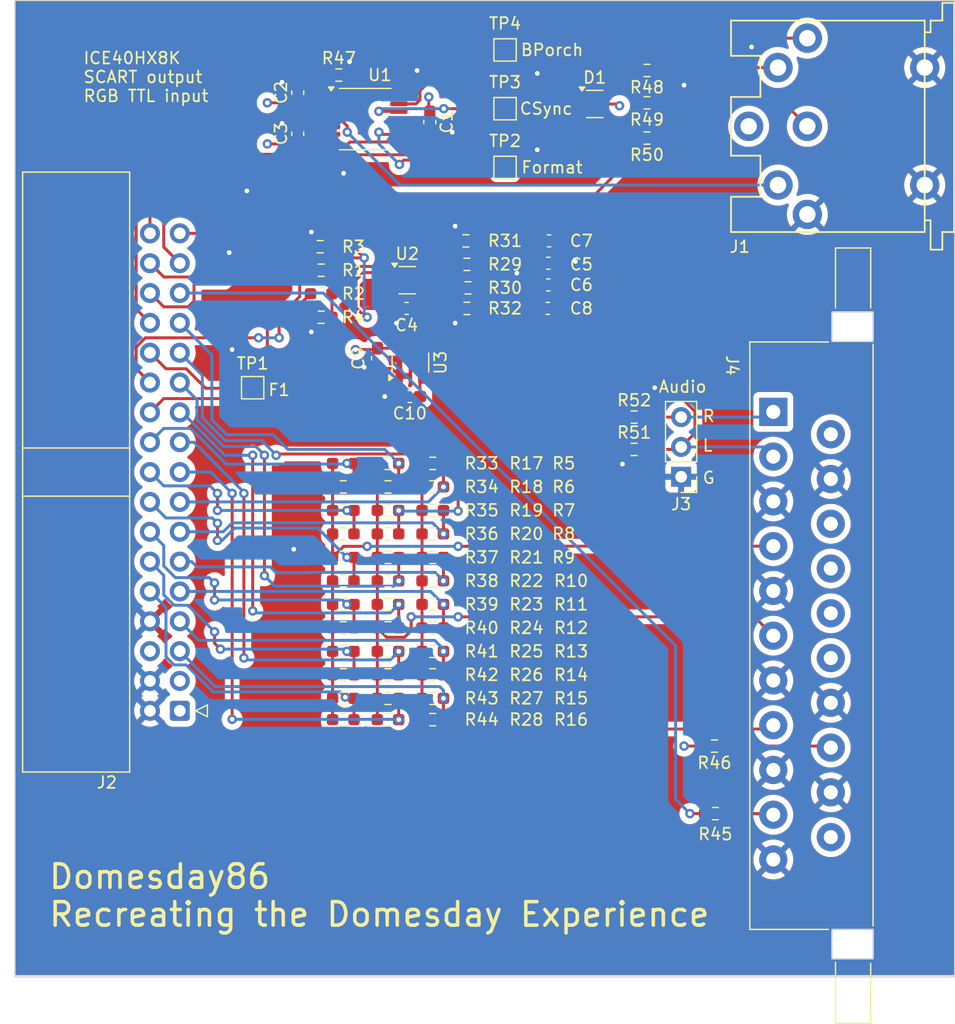
<source format=kicad_pcb>
(kicad_pcb (version 20240108) (generator "pcbnew") (generator_version "8.0")
  (layers (0 "F.Cu" signal) (1 "In1.Cu" power "PWR.Cu") (2 "In2.Cu" power "GND.Cu") (31 "B.Cu" signal) (34 "B.Paste" user) (35 "F.Paste" user) (36 "B.SilkS" user "B.Silkscreen") (37 "F.SilkS" user "F.Silkscreen") (38 "B.Mask" user) (39 "F.Mask" user) (44 "Edge.Cuts" user))
  (net 0 "")
  (net 1 "+5V")
  (net 2 "GND")
  (net 3 "+3V3")
  (net 4 "+3.3VDAC")
  (net 5 "/Rout0")
  (net 6 "/Rout1")
  (net 7 "/Bout0")
  (net 8 "/Rout2")
  (net 9 "/Bout1")
  (net 10 "/Rout3")
  (net 11 "/Bout2")
  (net 12 "/Rout4")
  (net 13 "/Bout3")
  (net 14 "/Rout5")
  (net 15 "/Bout4")
  (net 16 "/Gout0")
  (net 17 "/Bout5")
  (net 18 "/Gout1")
  (net 19 "Net-(C5-Pad1)")
  (net 20 "/Gout2")
  (net 21 "Net-(C6-Pad1)")
  (net 22 "/Gout3")
  (net 23 "MCsyncIn")
  (net 24 "/Gout4")
  (net 26 "/Gout5")
  (net 28 "cSync")
  (net 29 "AudioL_out")
  (net 30 "AudioR_out")
  (net 31 "Net-(J1-Pad3)")
  (net 32 "RedIn")
  (net 33 "GreenIn")
  (net 34 "Net-(J1-Pad2)")
  (net 35 "BlueIn")
  (net 36 "Net-(J1-Pad1)")
  (net 37 "OEin")
  (net 38 "AudioR_in")
  (net 39 "AudioL_in")
  (net 42 "Blue_out")
  (net 45 "Green_out")
  (net 47 "Red_out")
  (net 48 "Net-(J4-RGB_Switch)")
  (net 49 "Net-(J4-CompVideo_Out)")
  (net 51 "VSin")
  (net 52 "Net-(J2-F1)")
  (net 53 "HSin")
  (net 54 "Net-(R1-Pad2)")
  (net 55 "Net-(R2-Pad2)")
  (net 56 "Net-(U2-Y1)")
  (net 57 "Net-(U2-Y2)")
  (net 58 "Net-(U1-Rext)")
  (net 59 "Net-(U1-VFout)")
  (net 60 "Net-(U1-CSout)")
  (net 61 "Net-(U1-BPout)")
  (footprint "Resistor_SMD:R_0603_1608Metric_Pad0.98x0.95mm_HandSolder" (layer "F.Cu") (at 150.5275 86.69 180)
    (property "Reference" "R22")
    (property "Value" "820K")
  )
  (footprint "Resistor_SMD:R_0603_1608Metric_Pad0.98x0.95mm_HandSolder" (layer "F.Cu") (at 146.7175 92.69 180)
    (property "Reference" "R41")
    (property "Value" "12K")
  )
  (footprint "Capacitor_SMD:C_0603_1608Metric_Pad1.08x0.95mm_HandSolder" (layer "F.Cu") (at 152.1125 63.5 180)
    (property "Reference" "C4")
    (property "Value" "100nF")
  )
  (footprint "Resistor_SMD:R_0603_1608Metric_Pad0.98x0.95mm_HandSolder" (layer "F.Cu") (at 150.5275 78.69 180)
    (property "Reference" "R18")
    (property "Value" "27K")
  )
  (footprint "Resistor_SMD:R_0603_1608Metric_Pad0.98x0.95mm_HandSolder" (layer "F.Cu") (at 178.4125 106.5)
    (property "Reference" "R45")
    (property "Value" "680R")
  )
  (footprint "Resistor_SMD:R_0603_1608Metric_Pad0.98x0.95mm_HandSolder" (layer "F.Cu") (at 144.75 58.25)
    (property "Reference" "R3")
    (property "Value" "470R")
  )
  (footprint "Resistor_SMD:R_0603_1608Metric_Pad0.98x0.95mm_HandSolder" (layer "F.Cu") (at 154.3375 90.69 180)
    (property "Reference" "R12")
    (property "Value" "68K")
  )
  (footprint "Resistor_SMD:R_0603_1608Metric_Pad0.98x0.95mm_HandSolder" (layer "F.Cu") (at 150.5275 76.69 180)
    (property "Reference" "R17")
    (property "Value" "560R")
  )
  (footprint "Capacitor_SMD:C_0603_1608Metric_Pad1.08x0.95mm_HandSolder" (layer "F.Cu") (at 142.8375 45.1375 90)
    (property "Reference" "C2")
    (property "Value" "100nF")
  )
  (footprint "Resistor_SMD:R_0603_1608Metric_Pad0.98x0.95mm_HandSolder" (layer "F.Cu") (at 154.3375 88.69 180)
    (property "Reference" "R11")
    (property "Value" "4K7")
  )
  (footprint "Resistor_SMD:R_0603_1608Metric_Pad0.98x0.95mm_HandSolder" (layer "F.Cu") (at 154.3375 98.5 180)
    (property "Reference" "R16")
    (property "Value" "680K")
  )
  (footprint "Capacitor_SMD:C_0603_1608Metric_Pad1.08x0.95mm_HandSolder" (layer "F.Cu") (at 164.1375 63.5)
    (property "Reference" "C8")
    (property "Value" "47uF")
  )
  (footprint "Package_TO_SOT_SMD:SOT-363_SC-70-6_Handsoldering" (layer "F.Cu") (at 152.17 61.1)
    (property "Reference" "U2")
    (property "Value" "NC7WZ16")
  )
  (footprint "Resistor_SMD:R_0603_1608Metric_Pad0.98x0.95mm_HandSolder" (layer "F.Cu") (at 146.7175 82.69 180)
    (property "Reference" "R36")
    (property "Value" "2K2")
  )
  (footprint "Resistor_SMD:R_0603_1608Metric_Pad0.98x0.95mm_HandSolder" (layer "F.Cu") (at 150.5275 92.69 180)
    (property "Reference" "R25")
    (property "Value" "12K")
  )
  (footprint "Resistor_SMD:R_0603_1608Metric_Pad0.98x0.95mm_HandSolder" (layer "F.Cu") (at 172.5875 46 180)
    (property "Reference" "R49")
    (property "Value" "100R")
  )
  (footprint "Resistor_SMD:R_0603_1608Metric_Pad0.98x0.95mm_HandSolder" (layer "F.Cu") (at 146.7175 84.69 180)
    (property "Reference" "R37")
    (property "Value" "2K2")
  )
  (footprint "Resistor_SMD:R_0603_1608Metric_Pad0.98x0.95mm_HandSolder" (layer "F.Cu") (at 144.8375 60.25)
    (property "Reference" "R1")
    (property "Value" "100R")
  )
  (footprint "Resistor_SMD:R_0603_1608Metric_Pad0.98x0.95mm_HandSolder" (layer "F.Cu") (at 146.7175 98.5 180)
    (property "Reference" "R44")
    (property "Value" "680K")
  )
  (footprint "Resistor_SMD:R_0603_1608Metric_Pad0.98x0.95mm_HandSolder" (layer "F.Cu") (at 157.25 63.5)
    (property "Reference" "R32")
    (property "Value" "100R")
  )
  (footprint "Resistor_SMD:R_0603_1608Metric_Pad0.98x0.95mm_HandSolder" (layer "F.Cu") (at 146.7175 78.69 180)
    (property "Reference" "R34")
    (property "Value" "27K")
  )
  (footprint "Resistor_SMD:R_0603_1608Metric_Pad0.98x0.95mm_HandSolder" (layer "F.Cu") (at 146.3375 43.6375)
    (property "Reference" "R47")
    (property "Value" "10K 1%")
  )
  (footprint "Resistor_SMD:R_0603_1608Metric_Pad0.98x0.95mm_HandSolder" (layer "F.Cu") (at 172.5875 43.25 180)
    (property "Reference" "R48")
    (property "Value" "100R")
  )
  (footprint "Resistor_SMD:R_0603_1608Metric_Pad0.98x0.95mm_HandSolder" (layer "F.Cu") (at 154.3375 80.69 180)
    (property "Reference" "R7")
    (property "Value" "2K2")
  )
  (footprint "Capacitor_SMD:C_0603_1608Metric_Pad1.08x0.95mm_HandSolder" (layer "F.Cu") (at 164.1875 59.655)
    (property "Reference" "C5")
    (property "Value" "100nF")
  )
  (footprint "Resistor_SMD:R_0603_1608Metric_Pad0.98x0.95mm_HandSolder" (layer "F.Cu") (at 172.5875 49 180)
    (property "Reference" "R50")
    (property "Value" "100R")
  )
  (footprint "Resistor_SMD:R_0603_1608Metric_Pad0.98x0.95mm_HandSolder" (layer "F.Cu") (at 150.5275 98.5 180)
    (property "Reference" "R28")
    (property "Value" "680K")
  )
  (footprint "Resistor_SMD:R_0603_1608Metric_Pad0.98x0.95mm_HandSolder" (layer "F.Cu") (at 150.5275 84.69 180)
    (property "Reference" "R21")
    (property "Value" "2K2")
  )
  (footprint "Capacitor_SMD:C_0603_1608Metric_Pad1.08x0.95mm_HandSolder" (layer "F.Cu") (at 164.25 57.75)
    (property "Reference" "C7")
    (property "Value" "47uF")
  )
  (footprint "Resistor_SMD:R_0603_1608Metric_Pad0.98x0.95mm_HandSolder" (layer "F.Cu") (at 154.3375 92.69 180)
    (property "Reference" "R13")
    (property "Value" "12K")
  )
  (footprint "Resistor_SMD:R_0603_1608Metric_Pad0.98x0.95mm_HandSolder" (layer "F.Cu") (at 154.3375 96.69 180)
    (property "Reference" "R15")
    (property "Value" "18K")
  )
  (footprint "Resistor_SMD:R_0603_1608Metric_Pad0.98x0.95mm_HandSolder" (layer "F.Cu") (at 154.3375 94.69 180)
    (property "Reference" "R14")
    (property "Value" "33K")
  )
  (footprint "Resistor_SMD:R_0603_1608Metric_Pad0.98x0.95mm_HandSolder" (layer "F.Cu") (at 150.5275 82.69 180)
    (property "Reference" "R20")
    (property "Value" "2K2")
  )
  (footprint "Resistor_SMD:R_0603_1608Metric_Pad0.98x0.95mm_HandSolder" (layer "F.Cu") (at 154.3375 76.69 180)
    (property "Reference" "R5")
    (property "Value" "560R")
  )
  (footprint "Capacitor_SMD:C_0603_1608Metric_Pad1.08x0.95mm_HandSolder" (layer "F.Cu") (at 152.3875 71 180)
    (property "Reference" "C10")
    (property "Value" "1uF")
  )
  (footprint "Resistor_SMD:R_0603_1608Metric_Pad0.98x0.95mm_HandSolder" (layer "F.Cu") (at 146.7175 76.69 180)
    (property "Reference" "R33")
    (property "Value" "560R")
  )
  (footprint "Connector_PinHeader_2.54mm:PinHeader_1x03_P2.54mm_Vertical" (layer "F.Cu") (at 175.5 77.83 180)
    (property "Reference" "J3")
    (property "Value" "Audio")
  )
  (footprint "Resistor_SMD:R_0603_1608Metric_Pad0.98x0.95mm_HandSolder" (layer "F.Cu") (at 157.25 59.75)
    (property "Reference" "R29")
    (property "Value" "220R")
  )
  (footprint "Resistor_SMD:R_0603_1608Metric_Pad0.98x0.95mm_HandSolder" (layer "F.Cu") (at 171.5 75.5)
    (property "Reference" "R51")
    (property "Value" "1K8 1%")
  )
  (footprint "Local_footprints:6P DIN Socket RS Pro" (layer "F.Cu") (at 188.75 48 180)
    (property "Reference" "J1")
    (property "Value" "~")
  )
  (footprint "Resistor_SMD:R_0603_1608Metric_Pad0.98x0.95mm_HandSolder" (layer "F.Cu") (at 171.5 72.75)
    (property "Reference" "R52")
    (property "Value" "1K8 1%")
  )
  (footprint "Resistor_SMD:R_0603_1608Metric_Pad0.98x0.95mm_HandSolder" (layer "F.Cu") (at 154.3375 82.69 180)
    (property "Reference" "R8")
    (property "Value" "2K2")
  )
  (footprint "Resistor_SMD:R_0603_1608Metric_Pad0.98x0.95mm_HandSolder" (layer "F.Cu") (at 144.8375 64.25)
    (property "Reference" "R4")
    (property "Value" "470R")
  )
  (footprint "Capacitor_SMD:C_0603_1608Metric_Pad1.08x0.95mm_HandSolder" (layer "F.Cu") (at 154.0875 47.6375 -90)
    (property "Reference" "C1")
    (property "Value" "100nF")
  )
  (footprint "Resistor_SMD:R_0603_1608Metric_Pad0.98x0.95mm_HandSolder" (layer "F.Cu") (at 150.5275 88.69 180)
    (property "Reference" "R23")
    (property "Value" "4K7")
  )
  (footprint "Resistor_SMD:R_0603_1608Metric_Pad0.98x0.95mm_HandSolder" (layer "F.Cu") (at 178.3375 100.75 180)
    (property "Reference" "R46")
    (property "Value" "10R")
  )
  (footprint "Resistor_SMD:R_0603_1608Metric_Pad0.98x0.95mm_HandSolder" (layer "F.Cu") (at 154.3375 84.69 180)
    (property "Reference" "R9")
    (property "Value" "2K2")
  )
  (footprint "Local_footprints:HSM_C0381-21RYATB0R" (layer "F.Cu") (at 188.25 91.355 -90)
    (property "Reference" "J4")
    (property "Value" "SCART_Connector" (hide yes))
    (fp_rect (start -27.55 -3.6) (end -25.05 -0.1) (stroke (width 0.12)) (fill none) (layer "Edge.Cuts"))
    (fp_rect (start 25 -3.6) (end 27.5 -0.1) (stroke (width 0.12)) (fill none) (layer "Edge.Cuts"))
  )
  (footprint "Resistor_SMD:R_0603_1608Metric_Pad0.98x0.95mm_HandSolder" (layer "F.Cu") (at 146.7175 88.69 180)
    (property "Reference" "R39")
    (property "Value" "4K7")
  )
  (footprint "Package_TO_SOT_SMD:SOT-363_SC-70-6" (layer "F.Cu") (at 168.1375 46.1)
    (property "Reference" "D1")
    (property "Value" "MMBD4148TW")
  )
  (footprint "TestPoint:TestPoint_Pad_1.5x1.5mm" (layer "F.Cu") (at 160.5 46.5)
    (property "Reference" "TP3")
    (property "Value" "CSync")
  )
  (footprint "Resistor_SMD:R_0603_1608Metric_Pad0.98x0.95mm_HandSolder" (layer "F.Cu") (at 144.8375 62.25)
    (property "Reference" "R2")
    (property "Value" "100R")
  )
  (footprint "Resistor_SMD:R_0603_1608Metric_Pad0.98x0.95mm_HandSolder" (layer "F.Cu") (at 146.7175 96.69 180)
    (property "Reference" "R43")
    (property "Value" "18K")
  )
  (footprint "TestPoint:TestPoint_Pad_1.5x1.5mm" (layer "F.Cu") (at 160.5 51.5)
    (property "Reference" "TP2")
    (property "Value" "Format")
  )
  (footprint "Package_TO_SOT_SMD:SOT-23-3" (layer "F.Cu") (at 152.4375 68.1125 90)
    (property "Reference" "U3")
    (property "Value" "XC6206P332MR")
  )
  (footprint "Resistor_SMD:R_0603_1608Metric_Pad0.98x0.95mm_HandSolder" (layer "F.Cu") (at 154.3375 86.69 180)
    (property "Reference" "R10")
    (property "Value" "820K")
  )
  (footprint "TestPoint:TestPoint_Pad_1.5x1.5mm" (layer "F.Cu") (at 160.5 41.5)
    (property "Reference" "TP4")
    (property "Value" "BPorch")
  )
  (footprint "Connector_IDC:IDC-Header_2x17_P2.54mm_Horizontal" (layer "F.Cu") (at 132.79 97.75 180)
    (property "Reference" "J2")
    (property "Value" "iCE40HX8K-EVB-GPIO1")
  )
  (footprint "Resistor_SMD:R_0603_1608Metric_Pad0.98x0.95mm_HandSolder" (layer "F.Cu") (at 154.3375 78.69 180)
    (property "Reference" "R6")
    (property "Value" "27K")
  )
  (footprint "Resistor_SMD:R_0603_1608Metric_Pad0.98x0.95mm_HandSolder" (layer "F.Cu") (at 146.7175 86.69 180)
    (property "Reference" "R38")
    (property "Value" "820K")
  )
  (footprint "Resistor_SMD:R_0603_1608Metric_Pad0.98x0.95mm_HandSolder" (layer "F.Cu") (at 157.3375 61.75)
    (property "Reference" "R30")
    (property "Value" "220R")
  )
  (footprint "Capacitor_SMD:C_0603_1608Metric_Pad1.08x0.95mm_HandSolder" (layer "F.Cu") (at 164.1875 61.5)
    (property "Reference" "C6")
    (property "Value" "100nF")
  )
  (footprint "Resistor_SMD:R_0603_1608Metric_Pad0.98x0.95mm_HandSolder" (layer "F.Cu") (at 150.5275 94.69 180)
    (property "Reference" "R26")
    (property "Value" "33K")
  )
  (footprint "Resistor_SMD:R_0603_1608Metric_Pad0.98x0.95mm_HandSolder" (layer "F.Cu") (at 146.7175 94.69 180)
    (property "Reference" "R42")
    (property "Value" "33K")
  )
  (footprint "Package_SO:TSSOP-14_4.4x5mm_P0.65mm" (layer "F.Cu") (at 148.5875 47.3875)
    (property "Reference" "U1")
    (property "Value" "LMH1981")
  )
  (footprint "Resistor_SMD:R_0603_1608Metric_Pad0.98x0.95mm_HandSolder" (layer "F.Cu") (at 146.7175 90.69 180)
    (property "Reference" "R40")
    (property "Value" "68K")
  )
  (footprint "Resistor_SMD:R_0603_1608Metric_Pad0.98x0.95mm_HandSolder" (layer "F.Cu") (at 157.1625 57.75)
    (property "Reference" "R31")
    (property "Value" "100R")
  )
  (footprint "Resistor_SMD:R_0603_1608Metric_Pad0.98x0.95mm_HandSolder" (layer "F.Cu") (at 150.5275 96.69 180)
    (property "Reference" "R27")
    (property "Value" "18K")
  )
  (footprint "TestPoint:TestPoint_Pad_1.5x1.5mm" (layer "F.Cu") (at 139 70.25)
    (property "Reference" "TP1")
    (property "Value" "F1")
  )
  (footprint "Capacitor_SMD:C_0603_1608Metric_Pad1.08x0.95mm_HandSolder" (layer "F.Cu") (at 149.6375 67.75 -90)
    (property "Reference" "C9")
    (property "Value" "1uF")
  )
  (footprint "Resistor_SMD:R_0603_1608Metric_Pad0.98x0.95mm_HandSolder" (layer "F.Cu") (at 150.5275 90.69 180)
    (property "Reference" "R24")
    (property "Value" "68K")
  )
  (footprint "Resistor_SMD:R_0603_1608Metric_Pad0.98x0.95mm_HandSolder" (layer "F.Cu") (at 150.5275 80.69 180)
    (property "Reference" "R19")
    (property "Value" "2K2")
  )
  (footprint "Resistor_SMD:R_0603_1608Metric_Pad0.98x0.95mm_HandSolder" (layer "F.Cu") (at 146.7175 80.69 180)
    (property "Reference" "R35")
    (property "Value" "2K2")
  )
  (footprint "Capacitor_SMD:C_0603_1608Metric_Pad1.08x0.95mm_HandSolder" (layer "F.Cu") (at 142.8375 48.6375 90)
    (property "Reference" "C3")
    (property "Value" "100nF")
  )
  (gr_rect (start 118.742 37.3) (end 198.804 120.396) (stroke (width 0.1)) (fill none) (layer "Edge.Cuts"))
  (gr_text "R" (at 177.25 73.25 0) (layer "F.SilkS") (effects (font (size 1 1)) (justify left bottom)))
  (gr_text "L" (at 177.25 75.75 0) (layer "F.SilkS") (effects (font (size 1 1)) (justify left bottom)))
  (gr_text "Audio" (at 173.5 70.75 0) (layer "F.SilkS") (effects (font (size 1 1)) (justify left bottom)))
  (gr_text "ICE40HX8K\nSCART output\nRGB TTL input" (at 124.5 46 0) (layer "F.SilkS") (effects (font (size 1 1)) (justify left bottom)))
  (gr_text "Domesday86\nRecreating the Domesday Experience" (at 121.5 116.25 0) (layer "F.SilkS") (effects (font (size 2 2) (thickness 0.3)) (justify left bottom)))
  (gr_text "G" (at 177.25 78.5 0) (layer "F.SilkS") (effects (font (size 1 1)) (justify left bottom)))
  (segment (start 149.6375 66.8875) (end 152.35 66.8875) (width 0.25) (layer "F.Cu") (net 1))
  (segment (start 152.35 66.8875) (end 152.4375 66.975) (width 0.25) (layer "F.Cu") (net 1))
  (segment (start 147.75 67) (end 149.525 67) (width 0.25) (layer "F.Cu") (net 1))
  (segment (start 149.525 67) (end 149.6375 66.8875) (width 0.25) (layer "F.Cu") (net 1))
  (via (at 147.75 67) (size 0.8) (drill 0.4) (layers "F.Cu" "B.Cu") (net 1))
  (segment (start 151.525 71) (end 150.25 71) (width 0.25) (layer "F.Cu") (net 2))
  (segment (start 144 65.5) (end 144 64.325) (width 0.25) (layer "F.Cu") (net 2))
  (segment (start 170.5 75.5875) (end 170.5875 75.5) (width 0.25) (layer "F.Cu") (net 2))
  (segment (start 148.25 63.25) (end 148.5 63.5) (width 0.25) (layer "F.Cu") (net 2))
  (segment (start 156 48.5) (end 154.0875 48.5) (width 0.25) (layer "F.Cu") (net 2))
  (segment (start 142.8375 44.275) (end 141.525 44.275) (width 0.25) (layer "F.Cu") (net 2))
  (segment (start 156.25 64.75) (end 156.25 63.5875) (width 0.25) (layer "F.Cu") (net 2))
  (segment (start 150.85 68.6125) (end 151.4875 69.25) (width 0.25) (layer "F.Cu") (net 2))
  (segment (start 154.0875 48.5) (end 153.625 48.0375) (width 0.25) (layer "F.Cu") (net 2))
  (segment (start 170.5875 75.5) (end 170.5875 72.75) (width 0.25) (layer "F.Cu") (net 2))
  (segment (start 148.5 63.5) (end 151.25 63.5) (width 0.25) (layer "F.Cu") (net 2))
  (segment (start 144 64.325) (end 143.925 64.25) (width 0.25) (layer "F.Cu") (net 2))
  (segment (start 144.65 46.0875) (end 145.725 46.0875) (width 0.25) (layer "F.Cu") (net 2))
  (segment (start 156.25 56.5) (end 156.25 57.75) (width 0.25) (layer "F.Cu") (net 2))
  (segment (start 151.525 71) (end 151.525 69.2875) (width 0.25) (layer "F.Cu") (net 2))
  (segment (start 166.345 59.655) (end 166.5 59.5) (width 0.25) (layer "F.Cu") (net 2))
  (segment (start 149.6375 68.6125) (end 148.6125 68.6125) (width 0.25) (layer "F.Cu") (net 2))
  (segment (start 148.6125 68.6125) (end 148.5 68.5) (width 0.25) (layer "F.Cu") (net 2))
  (segment (start 165.05 59.655) (end 166.345 59.655) (width 0.25) (layer "F.Cu") (net 2))
  (segment (start 144 58.0875) (end 143.8375 58.25) (width 0.25) (layer "F.Cu") (net 2))
  (segment (start 142.8375 44.275) (end 144.65 46.0875) (width 0.25) (layer "F.Cu") (net 2))
  (segment (start 153.625 48.0375) (end 151.45 48.0375) (width 0.25) (layer "F.Cu") (net 2))
  (segment (start 151.525 69.2875) (end 151.4875 69.25) (width 0.25) (layer "F.Cu") (net 2))
  (segment (start 142.8125 47.75) (end 142.8375 47.775) (width 0.25) (layer "F.Cu") (net 2))
  (segment (start 149.6375 68.6125) (end 150.85 68.6125) (width 0.25) (layer "F.Cu") (net 2))
  (segment (start 143.1 48.0375) (end 145.725 48.0375) (width 0.25) (layer "F.Cu") (net 2))
  (segment (start 142.8375 47.775) (end 143.1 48.0375) (width 0.25) (layer "F.Cu") (net 2))
  (segment (start 144 57) (end 144 58.0875) (width 0.25) (layer "F.Cu") (net 2))
  (segment (start 150.84 61.1) (end 148.65 61.1) (width 0.25) (layer "F.Cu") (net 2))
  (segment (start 141.525 44.275) (end 141.5 44.25) (width 0.25) (layer "F.Cu") (net 2))
  (segment (start 156.25 63.5875) (end 156.3375 63.5) (width 0.25) (layer "F.Cu") (net 2))
  (segment (start 148.65 61.1) (end 148.25 61.5) (width 0.25) (layer "F.Cu") (net 2))
  (segment (start 141.5 47.75) (end 142.8125 47.75) (width 0.25) (layer "F.Cu") (net 2))
  (segment (start 147.25 42.5) (end 147.25 43.6375) (width 0.25) (layer "F.Cu") (net 2))
  (segment (start 148.25 61.5) (end 148.25 63.25) (width 0.25) (layer "F.Cu") (net 2))
  (segment (start 170.5 76.75) (end 170.5 75.5875) (width 0.25) (layer "F.Cu") (net 2))
  (segment (start 151.25 63.5) (end 151.25 64.75) (width 0.25) (layer "F.Cu") (net 2))
  (segment (start 165.05 61.5) (end 165.05 59.655) (width 0.25) (layer "F.Cu") (net 2))
  (via (at 141.5 47.75) (size 0.8) (drill 0.4) (layers "F.Cu" "B.Cu") (net 2))
  (via (at 137 58.75) (size 0.8) (drill 0.4) (layers "F.Cu" "B.Cu") (net 2))
  (via (at 150.25 71) (size 0.8) (drill 0.4) (layers "F.Cu" "B.Cu") (net 2))
  (via (at 148.5 68.5) (size 0.8) (drill 0.4) (layers "F.Cu" "B.Cu") (net 2))
  (via (at 156 48.5) (size 0.8) (drill 0.4) (layers "F.Cu" "B.Cu") (net 2))
  (via (at 146.75 52) (size 0.8) (drill 0.4) (layers "F.Cu" "B.Cu") (net 2))
  (via (at 181.5 41.25) (size 0.8) (drill 0.4) (layers "F.Cu" "B.Cu") (net 2))
  (via (at 170.5 76.75) (size 0.8) (drill 0.4) (layers "F.Cu" "B.Cu") (net 2))
  (via (at 163.25 43.5) (size 0.8) (drill 0.4) (layers "F.Cu" "B.Cu") (net 2))
  (via (at 161.5 60.5) (size 0.8) (drill 0.4) (layers "F.Cu" "B.Cu") (net 2))
  (via (at 151.25 64.75) (size 0.8) (drill 0.4) (layers "F.Cu" "B.Cu") (net 2))
  (via (at 156.25 56.5) (size 0.8) (drill 0.4) (layers "F.Cu" "B.Cu") (net 2))
  (via (at 137.25 67) (size 0.8) (drill 0.4) (layers "F.Cu" "B.Cu") (net 2))
  (via (at 141.5 44.25) (size 0.8) (drill 0.4) (layers "F.Cu" "B.Cu") (net 2))
  (via (at 173.25 70.25) (size 0.8) (drill 0.4) (layers "F.Cu" "B.Cu") (net 2))
  (via (at 153 43.25) (size 0.8) (drill 0.4) (layers "F.Cu" "B.Cu") (net 2))
  (via (at 156.25 64.75) (size 0.8) (drill 0.4) (layers "F.Cu" "B.Cu") (net 2))
  (via (at 144 65.5) (size 0.8) (drill 0.4) (layers "F.Cu" "B.Cu") (net 2))
  (via (at 175.75 44.5) (size 0.8) (drill 0.4) (layers "F.Cu" "B.Cu") (net 2))
  (via (at 142.5 84) (size 0.8) (drill 0.4) (layers "F.Cu" "B.Cu") (net 2))
  (via (at 144 57) (size 0.8) (drill 0.4) (layers "F.Cu" "B.Cu") (net 2))
  (via (at 166.5 59.5) (size 0.8) (drill 0.4) (layers "F.Cu" "B.Cu") (net 2))
  (via (at 138.5 53.5) (size 0.8) (drill 0.4) (layers "F.Cu" "B.Cu") (net 2))
  (via (at 147.25 42.5) (size 0.8) (drill 0.4) (layers "F.Cu" "B.Cu") (net 2))
  (via (at 163.25 50) (size 0.8) (drill 0.4) (layers "F.Cu" "B.Cu") (net 2))
  (segment (start 169.0875 46.75) (end 169.0875 46.1) (width 0.25) (layer "F.Cu") (net 3))
  (segment (start 151.45 47.3875) (end 153.475 47.3875) (width 0.25) (layer "F.Cu") (net 3))
  (segment (start 143.575 46.7375) (end 145.725 46.7375) (width 0.25) (layer "F.Cu") (net 3))
  (segment (start 143.65 48.6875) (end 145.725 48.6875) (width 0.25) (layer "F.Cu") (net 3))
  (segment (start 153.475 47.3875) (end 154.0875 46.775) (width 0.25) (layer "F.Cu") (net 3))
  (segment (start 142.8375 49.5) (end 143.65 48.6875) (width 0.25) (layer "F.Cu") (net 3))
  (segment (start 140.25 46) (end 142.8375 46) (width 0.25) (layer "F.Cu") (net 3))
  (segment (start 169.0875 46.1) (end 169.0875 45.45) (width 0.25) (layer "F.Cu") (net 3))
  (segment (start 142.8375 46) (end 143.575 46.7375) (width 0.25) (layer "F.Cu") (net 3))
  (segment (start 154 46.6875) (end 154.0875 46.775) (width 0.25) (layer "F.Cu") (net 3))
  (segment (start 140.25 49.5) (end 142.8375 49.5) (width 0.25) (layer "F.Cu") (net 3))
  (segment (start 170.1 46.1) (end 170.25 46.25) (width 0.25) (layer "F.Cu") (net 3))
  (segment (start 154 45.5) (end 154 46.6875) (width 0.25) (layer "F.Cu") (net 3))
  (segment (start 169.0875 46.1) (end 170.1 46.1) (width 0.25) (layer "F.Cu") (net 3))
  (segment (start 175.75 100.75) (end 177.425 100.75) (width 0.25) (layer "F.Cu") (net 3))
  (via (at 140.25 49.5) (size 0.8) (drill 0.4) (layers "F.Cu" "B.Cu") (net 3))
  (via (at 175.75 100.75) (size 0.8) (drill 0.4) (layers "F.Cu" "B.Cu") (net 3))
  (via (at 140.25 46) (size 0.8) (drill 0.4) (layers "F.Cu" "B.Cu") (net 3))
  (via (at 170.25 46.25) (size 0.8) (drill 0.4) (layers "F.Cu" "B.Cu") (net 3))
  (via (at 154 45.5) (size 0.8) (drill 0.4) (layers "F.Cu" "B.Cu") (net 3))
  (segment (start 152.975 63.5) (end 155.25 63.5) (width 0.25) (layer "F.Cu") (net 4))
  (segment (start 155.25 63.5) (end 155.5 63.25) (width 0.25) (layer "F.Cu") (net 4))
  (segment (start 153.3875 69.25) (end 153.3875 63.9125) (width 0.25) (layer "F.Cu") (net 4))
  (segment (start 153.25 71) (end 153.25 69.3875) (width 0.25) (layer "F.Cu") (net 4))
  (segment (start 153.3875 63.9125) (end 152.975 63.5) (width 0.25) (layer "F.Cu") (net 4))
  (segment (start 153.25 69.3875) (end 153.3875 69.25) (width 0.25) (layer "F.Cu") (net 4))
  (segment (start 155.5 63.25) (end 155.5 61.5) (width 0.25) (layer "F.Cu") (net 4))
  (segment (start 155.1 61.1) (end 153.5 61.1) (width 0.25) (layer "F.Cu") (net 4))
  (segment (start 155.5 61.5) (end 155.1 61.1) (width 0.25) (layer "F.Cu") (net 4))
  (segment (start 155.25 96.69) (end 155.25 98.5) (width 0.25) (layer "F.Cu") (net 5))
  (via (at 155.25 96.69) (size 0.8) (drill 0.4) (layers "F.Cu" "B.Cu") (net 5))
  (segment (start 155.25 96.69) (end 155.25 96) (width 0.25) (layer "B.Cu") (net 5))
  (segment (start 154.94 95.69) (end 135.81 95.69) (width 0.25) (layer "B.Cu") (net 5))
  (segment (start 155.25 96) (end 154.94 95.69) (width 0.25) (layer "B.Cu") (net 5))
  (segment (start 135.81 95.69) (end 132.79 92.67) (width 0.25) (layer "B.Cu") (net 5))
  (segment (start 155.25 92.69) (end 155.25 94.69) (width 0.25) (layer "F.Cu") (net 6))
  (via (at 155.25 92.69) (size 0.8) (drill 0.4) (layers "F.Cu" "B.Cu") (net 6))
  (segment (start 134.41 91.75) (end 132.79 90.13) (width 0.25) (layer "B.Cu") (net 6))
  (segment (start 154.5 91.75) (end 134.41 91.75) (width 0.25) (layer "B.Cu") (net 6))
  (segment (start 155.25 92.69) (end 155.25 92.5) (width 0.25) (layer "B.Cu") (net 6))
  (segment (start 155.25 92.5) (end 154.5 91.75) (width 0.25) (layer "B.Cu") (net 6))
  (segment (start 147.63 98.5) (end 147.63 96.69) (width 0.25) (layer "F.Cu") (net 7))
  (segment (start 146.892499 96.582196) (end 147.522196 96.582196) (width 0.25) (layer "F.Cu") (net 7))
  (segment (start 147.522196 96.582196) (end 147.63 96.69) (width 0.25) (layer "F.Cu") (net 7))
  (via (at 146.892499 96.582196) (size 0.8) (drill 0.4) (layers "F.Cu" "B.Cu") (net 7))
  (segment (start 132.303299 93.845) (end 131.615 93.156701) (width 0.25) (layer "B.Cu") (net 7))
  (segment (start 131.615 88.955) (end 130.25 87.59) (width 0.25) (layer "B.Cu") (net 7))
  (segment (start 146.450303 96.14) (end 135.623604 96.14) (width 0.25) (layer "B.Cu") (net 7))
  (segment (start 135.623604 96.14) (end 133.328604 93.845) (width 0.25) (layer "B.Cu") (net 7))
  (segment (start 131.615 93.156701) (end 131.615 88.955) (width 0.25) (layer "B.Cu") (net 7))
  (segment (start 133.328604 93.845) (end 132.303299 93.845) (width 0.25) (layer "B.Cu") (net 7))
  (segment (start 146.892499 96.582196) (end 146.450303 96.14) (width 0.25) (layer "B.Cu") (net 7))
  (segment (start 155.25 88.69) (end 155.25 90.69) (width 0.25) (layer "F.Cu") (net 8))
  (via (at 155.25 88.69) (size 0.8) (drill 0.4) (layers "F.Cu" "B.Cu") (net 8))
  (segment (start 154.15 87.59) (end 155.25 88.69) (width 0.25) (layer "B.Cu") (net 8))
  (segment (start 132.79 87.59) (end 154.15 87.59) (width 0.25) (layer "B.Cu") (net 8))
  (segment (start 135.75 92) (end 136.25 92.5) (width 0.25) (layer "F.Cu") (net 9))
  (segment (start 135.75 91.025) (end 135.75 92) (width 0.25) (layer "F.Cu") (net 9))
  (segment (start 147.63 92.69) (end 147.63 94.69) (width 0.25) (layer "F.Cu") (net 9))
  (via (at 147.025 92.69) (size 0.8) (drill 0.4) (layers "F.Cu" "B.Cu") (net 9))
  (via (at 135.75 91.025) (size 0.8) (drill 0.4) (layers "F.Cu" "B.Cu") (net 9))
  (via (at 136.25 92.5) (size 0.8) (drill 0.4) (layers "F.Cu" "B.Cu") (net 9))
  (segment (start 146.835 92.5) (end 147.025 92.69) (width 0.25) (layer "B.Cu") (net 9))
  (segment (start 131.425 87.886701) (end 132.303299 88.765) (width 0.25) (layer "B.Cu") (net 9))
  (segment (start 133.49 88.765) (end 135.75 91.025) (width 0.25) (layer "B.Cu") (net 9))
  (segment (start 132.303299 88.765) (end 133.49 88.765) (width 0.25) (layer "B.Cu") (net 9))
  (segment (start 130.25 85.05) (end 131.425 86.225) (width 0.25) (layer "B.Cu") (net 9))
  (segment (start 136.25 92.5) (end 146.835 92.5) (width 0.25) (layer "B.Cu") (net 9))
  (segment (start 131.425 86.225) (end 131.425 87.886701) (width 0.25) (layer "B.Cu") (net 9))
  (segment (start 155.25 84.69) (end 155.25 86.69) (width 0.25) (layer "F.Cu") (net 10))
  (via (at 155.25 86.69) (size 0.8) (drill 0.4) (layers "F.Cu" "B.Cu") (net 10))
  (segment (start 143.75 86) (end 141 86) (width 0.25) (layer "B.Cu") (net 10))
  (segment (start 143.785 85.965) (end 154.525 85.965) (width 0.25) (layer "B.Cu") (net 10))
  (segment (start 143.75 86) (end 143.785 85.965) (width 0.25) (layer "B.Cu") (net 10))
  (segment (start 154.525 85.965) (end 155.25 86.69) (width 0.25) (layer "B.Cu") (net 10))
  (segment (start 141 86) (end 140.5 85.5) (width 0.25) (layer "B.Cu") (net 10))
  (segment (start 133.8 85.05) (end 134.25 85.5) (width 0.25) (layer "B.Cu") (net 10))
  (segment (start 134.25 85.5) (end 140.5 85.5) (width 0.25) (layer "B.Cu") (net 10))
  (segment (start 132.79 85.05) (end 133.8 85.05) (width 0.25) (layer "B.Cu") (net 10))
  (segment (start 147.63 88.69) (end 147.63 90.69) (width 0.25) (layer "F.Cu") (net 11))
  (segment (start 135.75 86.865) (end 135.75 88.315) (width 0.25) (layer "F.Cu") (net 11))
  (via (at 147.025 88.69) (size 0.8) (drill 0.4) (layers "F.Cu" "B.Cu") (net 11))
  (via (at 135.75 86.865) (size 0.8) (drill 0.4) (layers "F.Cu" "B.Cu") (net 11))
  (via (at 135.75 88.315) (size 0.8) (drill 0.4) (layers "F.Cu" "B.Cu") (net 11))
  (segment (start 135.75 88.315) (end 146.65 88.315) (width 0.25) (layer "B.Cu") (net 11))
  (segment (start 131.425 83.685) (end 131.425 85.425) (width 0.25) (layer "B.Cu") (net 11))
  (segment (start 146.65 88.315) (end 147.025 88.69) (width 0.25) (layer "B.Cu") (net 11))
  (segment (start 132.415 86.415) (end 135.3 86.415) (width 0.25) (layer "B.Cu") (net 11))
  (segment (start 131.425 85.425) (end 132.415 86.415) (width 0.25) (layer "B.Cu") (net 11))
  (segment (start 135.3 86.415) (end 135.75 86.865) (width 0.25) (layer "B.Cu") (net 11))
  (segment (start 130.25 82.51) (end 131.425 83.685) (width 0.25) (layer "B.Cu") (net 11))
  (segment (start 155.25 80.69) (end 155.25 82.69) (width 0.25) (layer "F.Cu") (net 12))
  (via (at 155.25 82.69) (size 0.8) (drill 0.4) (layers "F.Cu" "B.Cu") (net 12))
  (segment (start 154.31 81.75) (end 137.26 81.75) (width 0.25) (layer "B.Cu") (net 12))
  (segment (start 155.25 82.69) (end 154.31 81.75) (width 0.25) (layer "B.Cu") (net 12))
  (segment (start 137.26 81.75) (end 136.5 82.51) (width 0.25) (layer "B.Cu") (net 12))
  (segment (start 136.5 82.51) (end 132.79 82.51) (width 0.25) (layer "B.Cu") (net 12))
  (segment (start 136 81.785) (end 136 83.25) (width 0.25) (layer "F.Cu") (net 13))
  (segment (start 147.63 84.69) (end 147.63 86.69) (width 0.25) (layer "F.Cu") (net 13))
  (via (at 147.025 84.69) (size 0.8) (drill 0.4) (layers "F.Cu" "B.Cu") (net 13))
  (via (at 136 83.25) (size 0.8) (drill 0.4) (layers "F.Cu" "B.Cu") (net 13))
  (via (at 136 81.785) (size 0.8) (drill 0.4) (layers "F.Cu" "B.Cu") (net 13))
  (segment (start 137.446396 82.2) (end 136.396396 83.25) (width 0.25) (layer "B.Cu") (net 13))
  (segment (start 135.55 81.335) (end 136 81.785) (width 0.25) (layer "B.Cu") (net 13))
  (segment (start 147.025 84.69) (end 144.535 82.2) (width 0.25) (layer "B.Cu") (net 13))
  (segment (start 136.396396 83.25) (end 136 83.25) (width 0.25) (layer "B.Cu") (net 13))
  (segment (start 130.25 79.97) (end 131.615 81.335) (width 0.25) (layer "B.Cu") (net 13))
  (segment (start 144.535 82.2) (end 137.446396 82.2) (width 0.25) (layer "B.Cu") (net 13))
  (segment (start 131.615 81.335) (end 135.55 81.335) (width 0.25) (layer "B.Cu") (net 13))
  (segment (start 155.25 76.69) (end 155.25 78.69) (width 0.25) (layer "F.Cu") (net 14))
  (via (at 155.25 78.69) (size 0.8) (drill 0.4) (layers "F.Cu" "B.Cu") (net 14))
  (segment (start 132.79 79.97) (end 153.97 79.97) (width 0.25) (layer "B.Cu") (net 14))
  (segment (start 153.97 79.97) (end 155.25 78.69) (width 0.25) (layer "B.Cu") (net 14))
  (segment (start 136 79.245) (end 136 80.695) (width 0.25) (layer "F.Cu") (net 15))
  (segment (start 147.63 80.69) (end 147.63 82.69) (width 0.25) (layer "F.Cu") (net 15))
  (via (at 147.025 80.695) (size 0.8) (drill 0.4) (layers "F.Cu" "B.Cu") (net 15))
  (via (at 136 80.695) (size 0.8) (drill 0.4) (layers "F.Cu" "B.Cu") (net 15))
  (via (at 136 79.245) (size 0.8) (drill 0.4) (layers "F.Cu" "B.Cu") (net 15))
  (segment (start 135.36 78.605) (end 136 79.245) (width 0.25) (layer "B.Cu") (net 15))
  (segment (start 136 80.695) (end 147.025 80.695) (width 0.25) (layer "B.Cu") (net 15))
  (segment (start 131.425 78.605) (end 135.36 78.605) (width 0.25) (layer "B.Cu") (net 15))
  (segment (start 130.25 77.43) (end 131.425 78.605) (width 0.25) (layer "B.Cu") (net 15))
  (segment (start 151.44 98.5) (end 151.44 96.69) (width 0.25) (layer "F.Cu") (net 16))
  (segment (start 137.25 79.245) (end 137.25 98.475) (width 0.25) (layer "F.Cu") (net 16))
  (via (at 151.44 98.5) (size 0.8) (drill 0.4) (layers "F.Cu" "B.Cu") (net 16))
  (via (at 137.25 98.475) (size 0.8) (drill 0.4) (layers "F.Cu" "B.Cu") (net 16))
  (via (at 137.25 79.245) (size 0.8) (drill 0.4) (layers "F.Cu" "B.Cu") (net 16))
  (segment (start 135.435 77.43) (end 137.25 79.245) (width 0.25) (layer "B.Cu") (net 16))
  (segment (start 132.79 77.43) (end 135.435 77.43) (width 0.25) (layer "B.Cu") (net 16))
  (segment (start 151.415 98.475) (end 151.44 98.5) (width 0.25) (layer "B.Cu") (net 16))
  (segment (start 137.25 98.475) (end 151.415 98.475) (width 0.25) (layer "B.Cu") (net 16))
  (segment (start 147.63 76.69) (end 147.63 78.69) (width 0.25) (layer "F.Cu") (net 17))
  (via (at 147.025 76.69) (size 0.8) (drill 0.4) (layers "F.Cu" "B.Cu") (net 17))
  (segment (start 136.75 76.75) (end 146.965 76.75) (width 0.25) (layer "B.Cu") (net 17))
  (segment (start 131.425 73.715) (end 133.715 73.715) (width 0.25) (layer "B.Cu") (net 17))
  (segment (start 130.25 74.89) (end 131.425 73.715) (width 0.25) (layer "B.Cu") (net 17))
  (segment (start 146.965 76.75) (end 147.025 76.69) (width 0.25) (layer "B.Cu") (net 17))
  (segment (start 133.715 73.715) (end 136.75 76.75) (width 0.25) (layer "B.Cu") (net 17))
  (segment (start 151.44 94.69) (end 151.44 92.69) (width 0.25) (layer "F.Cu") (net 18))
  (segment (start 138.25 79.245) (end 138.25 93.25) (width 0.25) (layer "F.Cu") (net 18))
  (via (at 151.44 92.69) (size 0.8) (drill 0.4) (layers "F.Cu" "B.Cu") (net 18))
  (via (at 138.25 79.245) (size 0.8) (drill 0.4) (layers "F.Cu" "B.Cu") (net 18))
  (via (at 138.25 93.25) (size 0.8) (drill 0.4) (layers "F.Cu" "B.Cu") (net 18))
  (segment (start 133.992081 74.89) (end 138.25 79.147919) (width 0.25) (layer "B.Cu") (net 18))
  (segment (start 132.79 74.89) (end 133.992081 74.89) (width 0.25) (layer "B.Cu") (net 18))
  (segment (start 150.715 93.415) (end 151.44 92.69) (width 0.25) (layer "B.Cu") (net 18))
  (segment (start 138.25 79.147919) (end 138.25 79.245) (width 0.25) (layer "B.Cu") (net 18))
  (segment (start 138.415 93.415) (end 150.715 93.415) (width 0.25) (layer "B.Cu") (net 18))
  (segment (start 138.25 93.25) (end 138.415 93.415) (width 0.25) (layer "B.Cu") (net 18))
  (segment (start 163.325 57.8125) (end 163.3875 57.75) (width 0.25) (layer "F.Cu") (net 19))
  (segment (start 163.325 59.655) (end 163.325 57.8125) (width 0.25) (layer "F.Cu") (net 19))
  (segment (start 158.075 57.75) (end 158.075 59.6625) (width 0.25) (layer "F.Cu") (net 19))
  (segment (start 158.1625 59.75) (end 163.23 59.75) (width 0.25) (layer "F.Cu") (net 19))
  (segment (start 163.23 59.75) (end 163.325 59.655) (width 0.25) (layer "F.Cu") (net 19))
  (segment (start 158.075 59.6625) (end 158.1625 59.75) (width 0.25) (layer "F.Cu") (net 19))
  (segment (start 139 76) (end 139 89.25) (width 0.25) (layer "F.Cu") (net 20))
  (segment (start 151.44 90.69) (end 151.44 88.69) (width 0.25) (layer "F.Cu") (net 20))
  (via (at 139 89.25) (size 0.8) (drill 0.4) (layers "F.Cu" "B.Cu") (net 20))
  (via (at 151.44 88.69) (size 0.8) (drill 0.4) (layers "F.Cu" "B.Cu") (net 20))
  (via (at 139 76) (size 0.8) (drill 0.4) (layers "F.Cu" "B.Cu") (net 20))
  (segment (start 139.165 89.415) (end 150.715 89.415) (width 0.25) (layer "B.Cu") (net 20))
  (segment (start 139 76) (end 136.636396 76) (width 0.25) (layer "B.Cu") (net 20))
  (segment (start 150.715 89.415) (end 151.44 88.69) (width 0.25) (layer "B.Cu") (net 20))
  (segment (start 139 89.25) (end 139.165 89.415) (width 0.25) (layer "B.Cu") (net 20))
  (segment (start 132.986396 72.35) (end 132.79 72.35) (width 0.25) (layer "B.Cu") (net 20))
  (segment (start 136.636396 76) (end 132.986396 72.35) (width 0.25) (layer "B.Cu") (net 20))
  (segment (start 163.275 63.5) (end 163.275 61.55) (width 0.25) (layer "F.Cu") (net 21))
  (segment (start 158.1625 61.8375) (end 158.25 61.75) (width 0.25) (layer "F.Cu") (net 21))
  (segment (start 163.325 61.5) (end 158.5 61.5) (width 0.25) (layer "F.Cu") (net 21))
  (segment (start 158.1625 63.5) (end 158.1625 61.8375) (width 0.25) (layer "F.Cu") (net 21))
  (segment (start 158.5 61.5) (end 158.25 61.75) (width 0.25) (layer "F.Cu") (net 21))
  (segment (start 163.275 61.55) (end 163.325 61.5) (width 0.25) (layer "F.Cu") (net 21))
  (segment (start 140 76) (end 140 86.25) (width 0.25) (layer "F.Cu") (net 22))
  (segment (start 151.44 86.69) (end 151.44 84.69) (width 0.25) (layer "F.Cu") (net 22))
  (via (at 151.44 86.69) (size 0.8) (drill 0.4) (layers "F.Cu" "B.Cu") (net 22))
  (via (at 140 76) (size 0.8) (drill 0.4) (layers "F.Cu" "B.Cu") (net 22))
  (via (at 140 86.25) (size 0.8) (drill 0.4) (layers "F.Cu" "B.Cu") (net 22))
  (segment (start 140 76) (end 140 75.974695) (width 0.25) (layer "B.Cu") (net 22))
  (segment (start 134.261396 72.988604) (end 134.261396 71.281396) (width 0.25) (layer "B.Cu") (net 22))
  (segment (start 139.275305 75.25) (end 136.522792 75.25) (width 0.25) (layer "B.Cu") (net 22))
  (segment (start 140 75.974695) (end 139.275305 75.25) (width 0.25) (layer "B.Cu") (net 22))
  (segment (start 140.89 87.14) (end 151 87.14) (width 0.25) (layer "B.Cu") (net 22))
  (segment (start 134.261396 71.281396) (end 132.79 69.81) (width 0.25) (layer "B.Cu") (net 22))
  (segment (start 151 87.14) (end 151 87.13) (width 0.25) (layer "B.Cu") (net 22))
  (segment (start 140 86.25) (end 140.89 87.14) (width 0.25) (layer "B.Cu") (net 22))
  (segment (start 151 87.13) (end 151.44 86.69) (width 0.25) (layer "B.Cu") (net 22))
  (segment (start 136.522792 75.25) (end 134.261396 72.988604) (width 0.25) (layer "B.Cu") (net 22))
  (segment (start 146.462499 47.3875) (end 147.057062 47.982063) (width 0.25) (layer "F.Cu") (net 23))
  (segment (start 145.725 47.3875) (end 146.462499 47.3875) (width 0.25) (layer "F.Cu") (net 23))
  (segment (start 147.057062 47.982063) (end 147.057062 48.497059) (width 0.25) (layer "F.Cu") (net 23))
  (via (at 147.057062 48.497059) (size 0.8) (drill 0.4) (layers "F.Cu" "B.Cu") (net 23))
  (segment (start 147.057062 48.497059) (end 151.560003 53) (width 0.25) (layer "B.Cu") (net 23))
  (segment (start 151.560003 53) (end 183.75 53) (width 0.25) (layer "B.Cu") (net 23))
  (segment (start 156.5 76.650424) (end 156.5 80.75) (width 0.25) (layer "F.Cu") (net 24))
  (segment (start 151.44 82.69) (end 151.44 80.69) (width 0.25) (layer "F.Cu") (net 24))
  (segment (start 155.739576 75.89) (end 156.5 76.650424) (width 0.25) (layer "F.Cu") (net 24))
  (segment (start 141.110003 75.89) (end 155.739576 75.89) (width 0.25) (layer "F.Cu") (net 24))
  (segment (start 141.000003 76) (end 141.110003 75.89) (width 0.25) (layer "F.Cu") (net 24))
  (via (at 151.44 80.695) (size 0.8) (drill 0.4) (layers "F.Cu" "B.Cu") (net 24))
  (via (at 156.5 80.75) (size 0.8) (drill 0.4) (layers "F.Cu" "B.Cu") (net 24))
  (via (at 141.000003 76) (size 0.8) (drill 0.4) (layers "F.Cu" "B.Cu") (net 24))
  (segment (start 141.000003 75.974698) (end 139.775305 74.75) (width 0.25) (layer "B.Cu") (net 24))
  (segment (start 134.711396 69.191396) (end 132.79 67.27) (width 0.25) (layer "B.Cu") (net 24))
  (segment (start 141.000003 76) (end 141.000003 75.974698) (width 0.25) (layer "B.Cu") (net 24))
  (segment (start 156.5 80.75) (end 151.495 80.75) (width 0.25) (layer "B.Cu") (net 24))
  (segment (start 151.495 80.75) (end 151.44 80.695) (width 0.25) (layer "B.Cu") (net 24))
  (segment (start 139.775305 74.75) (end 136.659188 74.75) (width 0.25) (layer "B.Cu") (net 24))
  (segment (start 136.659188 74.75) (end 134.711396 72.802208) (width 0.25) (layer "B.Cu") (net 24))
  (segment (start 134.711396 72.802208) (end 134.711396 69.191396) (width 0.25) (layer "B.Cu") (net 24))
  (segment (start 151.44 78.69) (end 151.44 76.69) (width 0.25) (layer "F.Cu") (net 26))
  (via (at 151.44 76.69) (size 0.8) (drill 0.4) (layers "F.Cu" "B.Cu") (net 26))
  (segment (start 140.75 74.25) (end 136.795584 74.25) (width 0.25) (layer "B.Cu") (net 26))
  (segment (start 142 75.5) (end 140.75 74.25) (width 0.25) (layer "B.Cu") (net 26))
  (segment (start 135.522792 72.977208) (end 135.522792 67.462792) (width 0.25) (layer "B.Cu") (net 26))
  (segment (start 136.795584 74.25) (end 135.522792 72.977208) (width 0.25) (layer "B.Cu") (net 26))
  (segment (start 151.44 76.69) (end 150.25 75.5) (width 0.25) (layer "B.Cu") (net 26))
  (segment (start 150.25 75.5) (end 142 75.5) (width 0.25) (layer "B.Cu") (net 26))
  (segment (start 135.522792 67.462792) (end 132.79 64.73) (width 0.25) (layer "B.Cu") (net 26))
  (segment (start 176.25 106.5) (end 177.5 106.5) (width 0.25) (layer "F.Cu") (net 28))
  (via (at 176.25 106.5) (size 0.8) (drill 0.4) (layers "F.Cu" "B.Cu") (net 28))
  (segment (start 175.025 105.275) (end 175.025 92.2) (width 0.25) (layer "B.Cu") (net 28))
  (segment (start 176.25 106.5) (end 175.025 105.275) (width 0.25) (layer "B.Cu") (net 28))
  (segment (start 145.015 62.19) (end 132.79 62.19) (width 0.25) (layer "B.Cu") (net 28))
  (segment (start 175.025 92.2) (end 145.015 62.19) (width 0.25) (layer "B.Cu") (net 28))
  (segment (start 165.775305 57.75) (end 165.1125 57.75) (width 0.25) (layer "F.Cu") (net 29))
  (segment (start 175.955851 71.544149) (end 172.8625 68.450798) (width 0.25) (layer "F.Cu") (net 29))
  (segment (start 167.262653 59.237347) (end 165.775305 57.75) (width 0.25) (layer "F.Cu") (net 29))
  (segment (start 167.262653 62.262653) (end 167.262653 59.237347) (width 0.25) (layer "F.Cu") (net 29))
  (segment (start 171.025306 63) (end 168 63) (width 0.25) (layer "F.Cu") (net 29))
  (segment (start 176.675 74.115) (end 176.675 72.263299) (width 0.25) (layer "F.Cu") (net 29))
  (segment (start 172.4125 75.5) (end 175.29 75.5) (width 0.25) (layer "F.Cu") (net 29))
  (segment (start 176.675 72.263299) (end 175.955851 71.544149) (width 0.25) (layer "F.Cu") (net 29))
  (segment (start 172.8625 64.837194) (end 171.025306 63) (width 0.25) (layer "F.Cu") (net 29))
  (segment (start 175.5 75.29) (end 176.675 74.115) (width 0.25) (layer "F.Cu") (net 29))
  (segment (start 175.29 75.5) (end 175.5 75.29) (width 0.25) (layer "F.Cu") (net 29))
  (segment (start 168 63) (end 167.262653 62.262653) (width 0.25) (layer "F.Cu") (net 29))
  (segment (start 172.8625 68.450798) (end 172.8625 64.837194) (width 0.25) (layer "F.Cu") (net 29))
  (segment (start 175.5 75.29) (end 182.525 75.29) (width 0.25) (layer "B.Cu") (net 29))
  (segment (start 182.525 75.29) (end 183.35 76.115) (width 0.25) (layer "B.Cu") (net 29))
  (segment (start 172.4125 72.75) (end 172.4125 65.023591) (width 0.25) (layer "F.Cu") (net 30))
  (segment (start 172.4125 65.023591) (end 170.888909 63.5) (width 0.25) (layer "F.Cu") (net 30))
  (segment (start 172.4125 72.75) (end 175.5 72.75) (width 0.25) (layer "F.Cu") (net 30))
  (segment (start 170.888909 63.5) (end 165 63.5) (width 0.25) (layer "F.Cu") (net 30))
  (segment (start 175.5 72.75) (end 182.905 72.75) (width 0.25) (layer "B.Cu") (net 30))
  (segment (start 182.905 72.75) (end 183.35 72.305) (width 0.25) (layer "B.Cu") (net 30))
  (segment (start 176.511396 45.875) (end 184.125 45.875) (width 0.25) (layer "F.Cu") (net 31))
  (segment (start 173.5 49) (end 173.5 48.886396) (width 0.25) (layer "F.Cu") (net 31))
  (segment (start 184.125 45.875) (end 186.25 48) (width 0.25) (layer "F.Cu") (net 31))
  (segment (start 173.5 48.886396) (end 176.511396 45.875) (width 0.25) (layer "F.Cu") (net 31))
  (segment (start 129.075 55.013299) (end 140.54415 43.54415) (width 0.25) (layer "F.Cu") (net 32))
  (segment (start 169.3875 43.25) (end 171.675 43.25) (width 0.25) (layer "F.Cu") (net 32))
  (segment (start 161.9875 40.25) (end 167.1875 45.45) (width 0.25) (layer "F.Cu") (net 32))
  (segment (start 167.1875 45.45) (end 169.3875 43.25) (width 0.25) (layer "F.Cu") (net 32))
  (segment (start 129.075 63.555) (end 129.075 55.013299) (width 0.25) (layer "F.Cu") (net 32))
  (segment (start 143.0383 41.05) (end 158.7 41.05) (width 0.25) (layer "F.Cu") (net 32))
  (segment (start 159.5 40.25) (end 161.9875 40.25) (width 0.25) (layer "F.Cu") (net 32))
  (segment (start 158.7 41.05) (end 159.5 40.25) (width 0.25) (layer "F.Cu") (net 32))
  (segment (start 140.54415 43.54415) (end 143.0383 41.05) (width 0.25) (layer "F.Cu") (net 32))
  (segment (start 130.25 64.73) (end 129.075 63.555) (width 0.25) (layer "F.Cu") (net 32))
  (segment (start 144.136396 53.75) (end 136.611396 61.275) (width 0.25) (layer "F.Cu") (net 33))
  (segment (start 172.4875 49.477076) (end 168.214576 53.75) (width 0.25) (layer "F.Cu") (net 33))
  (segment (start 167.1875 46.1) (end 167.512499 46.1) (width 0.25) (layer "F.Cu") (net 33))
  (segment (start 134.225 61.275) (end 134 61.5) (width 0.25) (layer "F.Cu") (net 33))
  (segment (start 131.425 63.365) (end 130.25 62.19) (width 0.25) (layer "F.Cu") (net 33))
  (segment (start 136.611396 61.275) (end 134.225 61.275) (width 0.25) (layer "F.Cu") (net 33))
  (segment (start 172.4875 46.8125) (end 172.4875 49.477076) (width 0.25) (layer "F.Cu") (net 33))
  (segment (start 168.214576 53.75) (end 144.136396 53.75) (width 0.25) (layer "F.Cu") (net 33))
  (segment (start 134 61.5) (end 134 62.865) (width 0.25) (layer "F.Cu") (net 33))
  (segment (start 167.512499 46.096189) (end 168.858688 44.75) (width 0.25) (layer "F.Cu") (net 33))
  (segment (start 171.675 46) (end 172.4875 46.8125) (width 0.25) (layer "F.Cu") (net 33))
  (segment (start 133.5 63.365) (end 131.425 63.365) (width 0.25) (layer "F.Cu") (net 33))
  (segment (start 170.425 44.75) (end 171.675 46) (width 0.25) (layer "F.Cu") (net 33))
  (segment (start 167.512499 46.1) (end 167.512499 46.096189) (width 0.25) (layer "F.Cu") (net 33))
  (segment (start 134 62.865) (end 133.5 63.365) (width 0.25) (layer "F.Cu") (net 33))
  (segment (start 168.858688 44.75) (end 170.425 44.75) (width 0.25) (layer "F.Cu") (net 33))
  (segment (start 178.75 43) (end 175.75 46) (width 0.25) (layer "F.Cu") (net 34))
  (segment (start 175.75 46) (end 173.5 46) (width 0.25) (layer "F.Cu") (net 34))
  (segment (start 183.75 43) (end 178.75 43) (width 0.25) (layer "F.Cu") (net 34))
  (segment (start 165.9375 48) (end 167.1875 46.75) (width 0.25) (layer "F.Cu") (net 35))
  (segment (start 171.275 47.275) (end 167.7125 47.275) (width 0.25) (layer "F.Cu") (net 35))
  (segment (start 171.675 49) (end 171.675 47.675) (width 0.25) (layer "F.Cu") (net 35))
  (segment (start 155.100305 50.425) (end 157.5 48.025305) (width 0.25) (layer "F.Cu") (net 35))
  (segment (start 146.825 50.425) (end 155.100305 50.425) (width 0.25) (layer "F.Cu") (net 35))
  (segment (start 157.5 48) (end 165.9375 48) (width 0.25) (layer "F.Cu") (net 35))
  (segment (start 130.25 59.65) (end 131.425 60.825) (width 0.25) (layer "F.Cu") (net 35))
  (segment (start 131.425 60.825) (end 136.425 60.825) (width 0.25) (layer "F.Cu") (net 35))
  (segment (start 167.7125 47.275) (end 167.1875 46.75) (width 0.25) (layer "F.Cu") (net 35))
  (segment (start 136.425 60.825) (end 146.825 50.425) (width 0.25) (layer "F.Cu") (net 35))
  (segment (start 171.675 47.675) (end 171.275 47.275) (width 0.25) (layer "F.Cu") (net 35))
  (segment (start 157.5 48.025305) (end 157.5 48) (width 0.25) (layer "F.Cu") (net 35))
  (segment (start 173.5 43.25) (end 177.863604 43.25) (width 0.25) (layer "F.Cu") (net 36))
  (segment (start 180.613604 40.5) (end 186.25 40.5) (width 0.25) (layer "F.Cu") (net 36))
  (segment (start 177.863604 43.25) (end 180.613604 40.5) (width 0.25) (layer "F.Cu") (net 36))
  (segment (start 151.5 44) (end 151.45 44.05) (width 0.25) (layer "F.Cu") (net 37))
  (segment (start 149.275 41.775) (end 151.5 44) (width 0.25) (layer "F.Cu") (net 37))
  (segment (start 142.949695 41.775) (end 149.275 41.775) (width 0.25) (layer "F.Cu") (net 37))
  (segment (start 151.45 44.05) (end 151.45 45.4375) (width 0.25) (layer "F.Cu") (net 37))
  (segment (start 130.25 54.474695) (end 142.949695 41.775) (width 0.25) (layer "F.Cu") (net 37))
  (segment (start 130.25 57.11) (end 130.25 54.474695) (width 0.25) (layer "F.Cu") (net 37))
  (segment (start 141.25 64.925) (end 143.925 62.25) (width 0.25) (layer "F.Cu") (net 38))
  (segment (start 141.25 66) (end 141.25 64.925) (width 0.25) (layer "F.Cu") (net 38))
  (segment (start 129.075 68.635) (end 129.075 66.783299) (width 0.25) (layer "F.Cu") (net 38))
  (segment (start 129.858299 66) (end 139.5 66) (width 0.25) (layer "F.Cu") (net 38))
  (segment (start 130.25 69.81) (end 129.075 68.635) (width 0.25) (layer "F.Cu") (net 38))
  (segment (start 129.075 66.783299) (end 129.858299 66) (width 0.25) (layer "F.Cu") (net 38))
  (via (at 141.25 66) (size 0.8) (drill 0.4) (layers "F.Cu" "B.Cu") (net 38))
  (via (at 139.5 66) (size 0.8) (drill 0.4) (layers "F.Cu" "B.Cu") (net 38))
  (segment (start 139.5 66) (end 141.25 66) (width 0.25) (layer "B.Cu") (net 38))
  (segment (start 140.25 71) (end 140.25 65.25) (width 0.25) (layer "F.Cu") (net 39))
  (segment (start 143 61.175) (end 143.925 60.25) (width 0.25) (layer "F.Cu") (net 39))
  (segment (start 137.925 71.175) (end 138.075 71.325) (width 0.25) (layer "F.Cu") (net 39))
  (segment (start 138.075 71.325) (end 139.925 71.325) (width 0.25) (layer "F.Cu") (net 39))
  (segment (start 130.25 72.35) (end 131.425 71.175) (width 0.25) (layer "F.Cu") (net 39))
  (segment (start 139.925 71.325) (end 140.25 71) (width 0.25) (layer "F.Cu") (net 39))
  (segment (start 140.25 65.25) (end 143 62.5) (width 0.25) (layer "F.Cu") (net 39))
  (segment (start 143 62.5) (end 143 61.175) (width 0.25) (layer "F.Cu") (net 39))
  (segment (start 131.425 71.175) (end 137.925 71.175) (width 0.25) (layer "F.Cu") (net 39))
  (segment (start 156.5 83.75) (end 157.25 83.75) (width 0.25) (layer "F.Cu") (net 42))
  (segment (start 145.805 94.69) (end 145.805 76.69) (width 0.25) (layer "F.Cu") (net 42))
  (segment (start 157.25 83.75) (end 157.265 83.735) (width 0.25) (layer "F.Cu") (net 42))
  (segment (start 145.805 96.69) (end 145.805 94.69) (width 0.25) (layer "F.Cu") (net 42))
  (segment (start 146.745 83.75) (end 148.75 83.75) (width 0.25) (layer "F.Cu") (net 42))
  (segment (start 145.805 98.5) (end 145.805 96.69) (width 0.25) (layer "F.Cu") (net 42))
  (segment (start 145.805 84.69) (end 146.745 83.75) (width 0.25) (layer "F.Cu") (net 42))
  (segment (start 157.265 83.735) (end 183.35 83.735) (width 0.25) (layer "F.Cu") (net 42))
  (via (at 156.5 83.75) (size 0.8) (drill 0.4) (layers "F.Cu" "B.Cu") (net 42))
  (via (at 148.75 83.75) (size 0.8) (drill 0.4) (layers "F.Cu" "B.Cu") (net 42))
  (segment (start 148.75 83.75) (end 156.5 83.75) (width 0.25) (layer "B.Cu") (net 42))
  (segment (start 149.615 98.5) (end 149.615 76.69) (width 0.25) (layer "F.Cu") (net 45))
  (segment (start 181.745 89.75) (end 183.35 91.355) (width 0.25) (layer "F.Cu") (net 45))
  (segment (start 150.415 91.49) (end 151.929576 91.49) (width 0.25) (layer "F.Cu") (net 45))
  (segment (start 152.5 90.919576) (end 152.5 89.75) (width 0.25) (layer "F.Cu") (net 45))
  (segment (start 151.929576 91.49) (end 152.5 90.919576) (width 0.25) (layer "F.Cu") (net 45))
  (segment (start 149.615 90.69) (end 150.415 91.49) (width 0.25) (layer "F.Cu") (net 45))
  (segment (start 156.5 89.75) (end 181.745 89.75) (width 0.25) (layer "F.Cu") (net 45))
  (via (at 156.5 89.75) (size 0.8) (drill 0.4) (layers "F.Cu" "B.Cu") (net 45))
  (via (at 152.5 89.75) (size 0.8) (drill 0.4) (layers "F.Cu" "B.Cu") (net 45))
  (segment (start 152.5 89.75) (end 156.5 89.75) (width 0.25) (layer "B.Cu") (net 45))
  (segment (start 153.425 98.5) (end 154.225 99.3) (width 0.25) (layer "F.Cu") (net 47))
  (segment (start 153.425 98.5) (end 153.425 76.69) (width 0.25) (layer "F.Cu") (net 47))
  (segment (start 183.025 99.3) (end 183.35 98.975) (width 0.25) (layer "F.Cu") (net 47))
  (segment (start 154.225 99.3) (end 183.025 99.3) (width 0.25) (layer "F.Cu") (net 47))
  (segment (start 179.25 100.75) (end 188.12 100.75) (width 0.25) (layer "F.Cu") (net 48))
  (segment (start 188.12 100.75) (end 188.25 100.88) (width 0.25) (layer "F.Cu") (net 48))
  (segment (start 183.255 106.5) (end 183.35 106.595) (width 0.25) (layer "F.Cu") (net 49))
  (segment (start 179.325 106.5) (end 183.255 106.5) (width 0.25) (layer "F.Cu") (net 49))
  (segment (start 147.276104 49.3375) (end 151.45 49.3375) (width 0.25) (layer "F.Cu") (net 51))
  (segment (start 132.79 57.11) (end 139.503604 57.11) (width 0.25) (layer "F.Cu") (net 51))
  (segment (start 139.503604 57.11) (end 147.276104 49.3375) (width 0.25) (layer "F.Cu") (net 51))
  (segment (start 131.615 68.635) (end 133.338299 68.635) (width 0.25) (layer "F.Cu") (net 52))
  (segment (start 139 70.25) (end 138.953299 70.296701) (width 0.25) (layer "F.Cu") (net 52))
  (segment (start 138.953299 70.296701) (end 135 70.296701) (width 0.25) (layer "F.Cu") (net 52))
  (segment (start 130.25 67.27) (end 131.615 68.635) (width 0.25) (layer "F.Cu") (net 52))
  (segment (start 133.338299 68.635) (end 135 70.296701) (width 0.25) (layer "F.Cu") (net 52))
  (segment (start 132.79 59.65) (end 131.425 58.285) (width 0.25) (layer "F.Cu") (net 53))
  (segment (start 131.425 53.936091) (end 134.977383 50.383708) (width 0.25) (layer "F.Cu") (net 53))
  (segment (start 134.977383 50.383708) (end 144.678792 50.383708) (width 0.25) (layer "F.Cu") (net 53))
  (segment (start 131.425 58.285) (end 131.425 53.936091) (width 0.25) (layer "F.Cu") (net 53))
  (segment (start 144.678792 50.383708) (end 145.725 49.3375) (width 0.25) (layer "F.Cu") (net 53))
  (segment (start 147.8 61.075) (end 148.425 60.45) (width 0.25) (layer "F.Cu") (net 54))
  (segment (start 148.75 64.25) (end 148.613604 64.25) (width 0.25) (layer "F.Cu") (net 54))
  (segment (start 146.8 59.2) (end 148.5 59.2) (width 0.25) (layer "F.Cu") (net 54))
  (segment (start 147.55 58.25) (end 148.5 59.2) (width 0.25) (layer "F.Cu") (net 54))
  (segment (start 145.75 60.25) (end 146.8 59.2) (width 0.25) (layer "F.Cu") (net 54))
  (segment (start 147.8 63.436396) (end 147.8 61.075) (width 0.25) (layer "F.Cu") (net 54))
  (segment (start 148.613604 64.25) (end 147.8 63.436396) (width 0.25) (layer "F.Cu") (net 54))
  (segment (start 148.425 60.45) (end 150.84 60.45) (width 0.25) (layer "F.Cu") (net 54))
  (segment (start 145.6625 58.25) (end 147.55 58.25) (width 0.25) (layer "F.Cu") (net 54))
  (via (at 148.75 64.25) (size 0.8) (drill 0.4) (layers "F.Cu" "B.Cu") (net 54))
  (via (at 148.5 59.2) (size 0.8) (drill 0.4) (layers "F.Cu" "B.Cu") (net 54))
  (segment (start 148.5 59.2) (end 148.5 64) (width 0.25) (layer "B.Cu") (net 54))
  (segment (start 148.5 64) (end 148.75 64.25) (width 0.25) (layer "B.Cu") (net 54))
  (segment (start 151.675 59.925) (end 148.075 59.925) (width 0.25) (layer "F.Cu") (net 55))
  (segment (start 151.975 61.525) (end 151.975 60.225) (width 0.25) (layer "F.Cu") (net 55))
  (segment (start 150.84 61.75) (end 151.75 61.75) (width 0.25) (layer "F.Cu") (net 55))
  (segment (start 151.75 61.75) (end 151.975 61.525) (width 0.25) (layer "F.Cu") (net 55))
  (segment (start 148.075 59.925) (end 145.75 62.25) (width 0.25) (layer "F.Cu") (net 55))
  (segment (start 151.975 60.225) (end 151.675 59.925) (width 0.25) (layer "F.Cu") (net 55))
  (segment (start 145.75 64.25) (end 145.75 62.25) (width 0.25) (layer "F.Cu") (net 55))
  (segment (start 153.5 60.45) (end 155.6375 60.45) (width 0.25) (layer "F.Cu") (net 56))
  (segment (start 155.6375 60.45) (end 156.3375 59.75) (width 0.25) (layer "F.Cu") (net 56))
  (segment (start 153.5 61.75) (end 152.750001 61.75) (width 0.25) (layer "F.Cu") (net 57))
  (segment (start 152.425 60.171188) (end 153.646188 58.95) (width 0.25) (layer "F.Cu") (net 57))
  (segment (start 157.25 59.372924) (end 157.25 60.925) (width 0.25) (layer "F.Cu") (net 57))
  (segment (start 152.425 61.424999) (end 152.425 60.171188) (width 0.25) (layer "F.Cu") (net 57))
  (segment (start 156.827076 58.95) (end 157.25 59.372924) (width 0.25) (layer "F.Cu") (net 57))
  (segment (start 152.750001 61.75) (end 152.425 61.424999) (width 0.25) (layer "F.Cu") (net 57))
  (segment (start 153.646188 58.95) (end 156.827076 58.95) (width 0.25) (layer "F.Cu") (net 57))
  (segment (start 157.25 60.925) (end 156.425 61.75) (width 0.25) (layer "F.Cu") (net 57))
  (segment (start 145.425 43.6375) (end 145.425 45.1375) (width 0.25) (layer "F.Cu") (net 58))
  (segment (start 145.425 45.1375) (end 145.725 45.4375) (width 0.25) (layer "F.Cu") (net 58))
  (segment (start 151.875 50.875) (end 159.375 50.875) (width 0.25) (layer "F.Cu") (net 59))
  (segment (start 160 51.5) (end 160.5 51.5) (width 0.25) (layer "F.Cu") (net 59))
  (segment (start 159.375 50.875) (end 160 51.5) (width 0.25) (layer "F.Cu") (net 59))
  (segment (start 151.5 51.25) (end 151.875 50.875) (width 0.25) (layer "F.Cu") (net 59))
  (segment (start 149.9375 48.6875) (end 151.45 48.6875) (width 0.25) (layer "F.Cu") (net 59))
  (segment (start 149.75 48.5) (end 149.9375 48.6875) (width 0.25) (layer "F.Cu") (net 59))
  (via (at 151.5 51.25) (size 0.8) (drill 0.4) (layers "F.Cu" "B.Cu") (net 59))
  (via (at 149.75 48.5) (size 0.8) (drill 0.4) (layers "F.Cu" "B.Cu") (net 59))
  (segment (start 149.75 49.5) (end 149.75 48.5) (width 0.25) (layer "B.Cu") (net 59))
  (segment (start 151.5 51.25) (end 149.75 49.5) (width 0.25) (layer "B.Cu") (net 59))
  (segment (start 160.5 46.5) (end 155.275 46.5) (width 0.25) (layer "F.Cu") (net 60))
  (segment (start 151.4375 46.725) (end 151.45 46.7375) (width 0.25) (layer "F.Cu") (net 60))
  (segment (start 149.75 46.725) (end 151.4375 46.725) (width 0.25) (layer "F.Cu") (net 60))
  (via (at 149.75 46.725) (size 0.8) (drill 0.4) (layers "F.Cu" "B.Cu") (net 60))
  (via (at 155.275 46.5) (size 0.8) (drill 0.4) (layers "F.Cu" "B.Cu") (net 60))
  (segment (start 155.275 46.5) (end 155.75 46.5) (width 0.25) (layer "B.Cu") (net 60))
  (segment (start 149.975 46.5) (end 149.75 46.725) (width 0.25) (layer "B.Cu") (net 60))
  (segment (start 155.75 46.5) (end 149.975 46.5) (width 0.25) (layer "B.Cu") (net 60))
  (segment (start 153.25 44.978812) (end 153.25 45.75) (width 0.25) (layer "F.Cu") (net 61))
  (segment (start 152.9125 46.0875) (end 151.45 46.0875) (width 0.25) (layer "F.Cu") (net 61))
  (segment (start 160.5 41.5) (end 156.728812 41.5) (width 0.25) (layer "F.Cu") (net 61))
  (segment (start 156.728812 41.5) (end 153.25 44.978812) (width 0.25) (layer "F.Cu") (net 61))
  (segment (start 153.25 45.75) (end 152.9125 46.0875) (width 0.25) (layer "F.Cu") (net 61))
  (zone (net 2) (net_name "GND") (layer "F.Cu") (priority 3) (connect_pads (clearance 0.5)) (min_thickness 0.25) (fill yes (thermal_gap 0.5) (thermal_bridge_width 0.5))
    (polygon (pts (xy 118.75 37.25) (xy 198.75 37.25) (xy 198.75 120.25) (xy 118.75 120.25)))
  )
  (zone (net 2) (net_name "GND") (layer "B.Cu") (connect_pads (clearance 0.5)) (min_thickness 0.25) (fill yes (thermal_gap 0.5) (thermal_bridge_width 0.5))
    (polygon (pts (xy 118.75 37.25) (xy 198.75 37.25) (xy 198.75 120.25) (xy 118.75 120.25)))
  )
)
</source>
